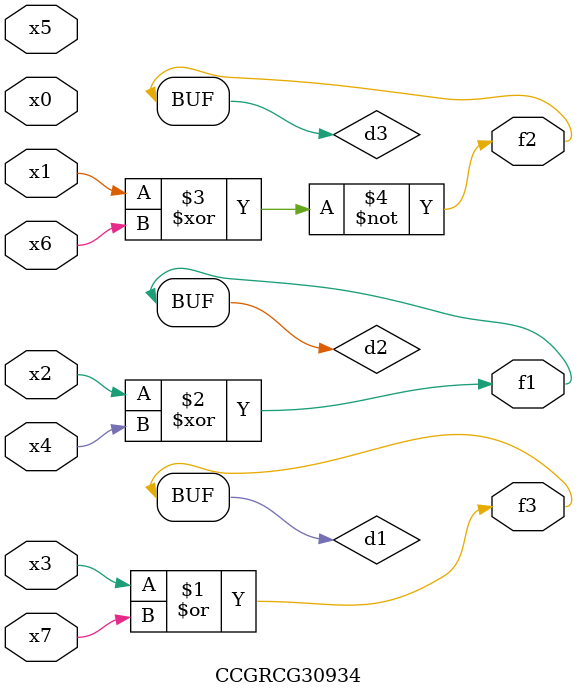
<source format=v>
module CCGRCG30934(
	input x0, x1, x2, x3, x4, x5, x6, x7,
	output f1, f2, f3
);

	wire d1, d2, d3;

	or (d1, x3, x7);
	xor (d2, x2, x4);
	xnor (d3, x1, x6);
	assign f1 = d2;
	assign f2 = d3;
	assign f3 = d1;
endmodule

</source>
